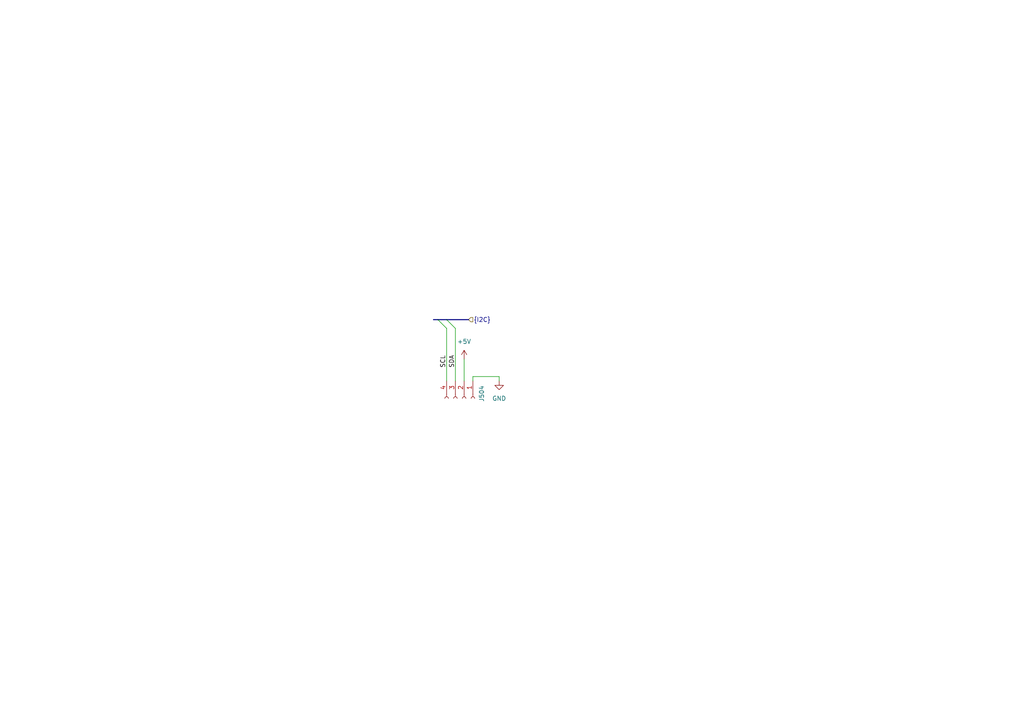
<source format=kicad_sch>
(kicad_sch (version 20230121) (generator eeschema)
  (paper "A4")
  (lib_symbols
    (symbol "Connector:Conn_01x04_Socket" (pin_names (offset 1.016) hide)
      (property "Reference" "J" (at 0 5.08 0))
      (property "Value" "Conn_01x04_Socket" (at 0 -7.62 0))
      (symbol "Conn_01x04_Socket_1_1"
        (arc (start 0 -4.572) (mid -0.5058 -5.08) (end 0 -5.588) (stroke (width 0.1524)))
        (arc (start 0 -2.032) (mid -0.5058 -2.54) (end 0 -3.048) (stroke (width 0.1524)))
        (polyline (pts (xy -1.27 -5.08) (xy -0.508 -5.08)) (stroke (width 0.1524)))
        (polyline (pts (xy -1.27 -2.54) (xy -0.508 -2.54)) (stroke (width 0.1524)))
        (polyline (pts (xy -1.27 0) (xy -0.508 0)) (stroke (width 0.1524)))
        (polyline (pts (xy -1.27 2.54) (xy -0.508 2.54)) (stroke (width 0.1524)))
        (arc (start 0 0.508) (mid -0.5058 0) (end 0 -0.508) (stroke (width 0.1524)))
        (arc (start 0 3.048) (mid -0.5058 2.54) (end 0 2.032) (stroke (width 0.1524)))
        (pin passive line (at -5.08 2.54 0) (length 3.81) (name "Pin_1") (number "1"))
        (pin passive line (at -5.08 0 0) (length 3.81) (name "Pin_2") (number "2"))
        (pin passive line (at -5.08 -2.54 0) (length 3.81) (name "Pin_3") (number "3"))
        (pin passive line (at -5.08 -5.08 0) (length 3.81) (name "Pin_4") (number "4"))
      )
    )
    (symbol "power:+5V" (power) (pin_names (offset 0))
      (property "Value" "+5V" (at 0 3.556 0))
      (symbol "+5V_0_1"
        (polyline (pts (xy -0.762 1.27) (xy 0 2.54)))
        (polyline (pts (xy 0 0) (xy 0 2.54)))
        (polyline (pts (xy 0 2.54) (xy 0.762 1.27)))
      )
      (symbol "+5V_1_1"
        (pin power_in line (at 0 0 90) (length 0) hide (name "+5V") (number "1"))
      )
    )
    (symbol "power:GND" (power) (pin_names (offset 0))
      (property "Value" "GND" (at 0 -3.81 0))
      (symbol "GND_0_1"
        (polyline (pts (xy 0 0) (xy 0 -1.27) (xy 1.27 -1.27) (xy 0 -2.54) (xy -1.27 -1.27) (xy 0 -1.27)))
      )
      (symbol "GND_1_1"
        (pin power_in line (at 0 0 270) (length 0) hide (name "GND") (number "1"))
      )
    )
  )
  (bus_entry (at 127 92.71) (size 2.54 2.54))
  (bus_entry (at 129.54 92.71) (size 2.54 2.54))
  (wire (pts (xy 134.62 104.14) (xy 134.62 110.49)))
  (wire (pts (xy 137.16 110.49) (xy 137.16 109.22)))
  (wire (pts (xy 144.78 109.22) (xy 144.78 110.49)))
  (bus (pts (xy 129.54 92.71) (xy 135.89 92.71)))
  (bus (pts (xy 127 92.71) (xy 129.54 92.71)))
  (wire (pts (xy 132.08 95.25) (xy 132.08 110.49)))
  (bus (pts (xy 125.73 92.71) (xy 127 92.71)))
  (wire (pts (xy 129.54 95.25) (xy 129.54 110.49)))
  (wire (pts (xy 137.16 109.22) (xy 144.78 109.22)))
  (label "SCL" (at 129.54 106.68 90))
  (label "SDA" (at 132.08 106.68 90))
  (hierarchical_label "{I2C}" (shape input) (at 135.89 92.71 0))
  (symbol (lib_id "Connector:Conn_01x04_Socket") (at 134.62 115.57 270) (unit 1)
    (property "Reference" "J504" (at 139.7 111.76 0) (effects (justify left)))
    (property "Value" "Conn_01x04_Socket" (effects hide))
    (property "Footprint" "Connector_PinSocket_2.54mm:PinSocket_1x04_P2.54mm_Horizontal" (effects hide))
    (property "JLCPCB Part#" "C2935994" (effects hide))
  )
  (symbol (lib_id "power:+5V") (at 134.62 104.14 0) (unit 1)
    (property "Reference" "#PWR07" (effects hide))
    (property "Value" "+5V" (at 134.62 99.06 0))
  )
  (symbol (lib_id "power:GND") (at 144.78 110.49 0) (unit 1)
    (property "Reference" "#PWR03" (effects hide))
    (property "Value" "GND" (at 144.78 115.57 0))
  )
)
</source>
